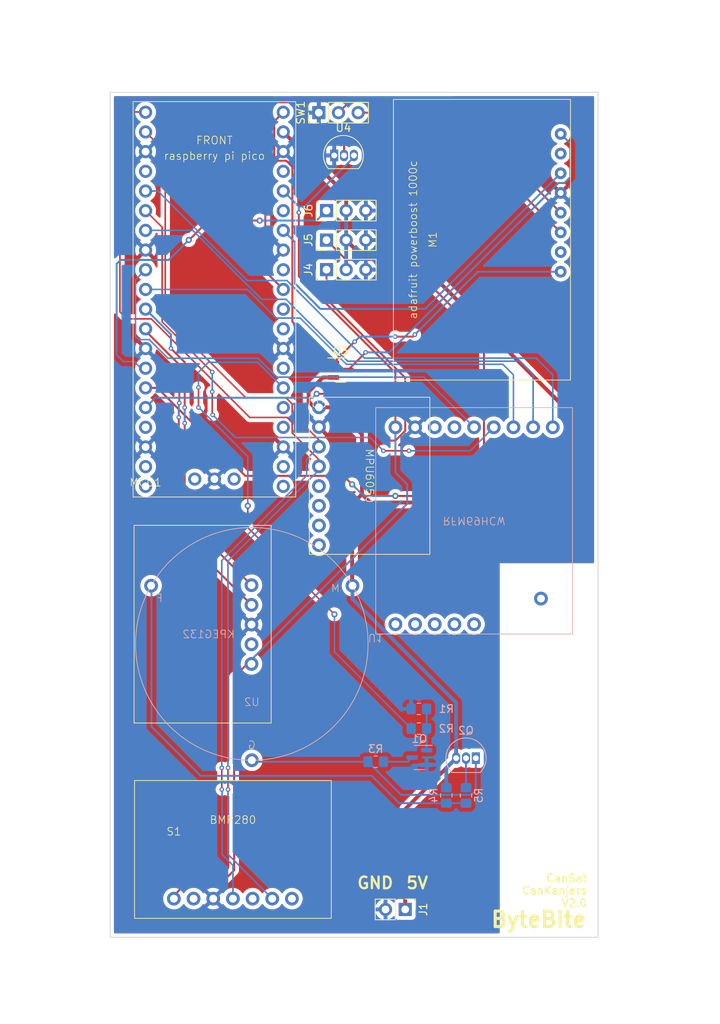
<source format=kicad_pcb>
(kicad_pcb (version 20221018) (generator pcbnew)
  (layers (0 "F.Cu" signal) (31 "B.Cu" signal) (34 "B.Paste" user) (35 "F.Paste" user) (36 "B.SilkS" user "B.Silkscreen") (37 "F.SilkS" user "F.Silkscreen") (38 "B.Mask" user) (39 "F.Mask" user) (44 "Edge.Cuts" user))
  (net 0 "")
  (net 1 "/SERVO/SERVO 1")
  (net 2 "+5V")
  (net 3 "GND")
  (net 4 "/SERVO/SERVO 2")
  (net 5 "/SERVO/SERVO 3")
  (net 6 "VBUS")
  (net 8 "VS_PB")
  (net 9 "EN_PB")
  (net 10 "LBO_PB")
  (net 12 "Net-(M1-5V)")
  (net 14 "I2C1 SDA")
  (net 15 "I2C1 SCL")
  (net 16 "MOSI")
  (net 17 "MISO")
  (net 18 "CS")
  (net 19 "SCK")
  (net 20 "RST")
  (net 22 "I2C0 SCL")
  (net 23 "I2C0 SDA")
  (net 28 "/buzzer")
  (net 31 "TMP1")
  (net 34 "+3V3")
  (net 39 "Net-(Q1-G)")
  (net 41 "Net-(Q2-E)")
  (net 42 "Net-(Q2-B)")
  (net 43 "Net-(U2-F)")
  (net 61 "Net-(Q1-D)")
  (footprint "Connector_PinHeader_2.54mm:PinHeader_1x03_P2.54mm_Vertical" (layer "F.Cu") (at 152.947 42.63 90)
    (fp_text reference "SW1" (at 0 -2.33 90) (layer "F.SilkS"))
    (fp_text value "SW_DPDT_x2")
    (fp_line (start -1.33 -1.33) (end 0 -1.33) (stroke (width 0.12)) (layer "F.SilkS"))
    (fp_line (start -1.33 0) (end -1.33 -1.33) (stroke (width 0.12)) (layer "F.SilkS"))
    (fp_line (start -1.33 1.27) (end -1.33 6.41) (stroke (width 0.12)) (layer "F.SilkS"))
    (fp_line (start -1.33 1.27) (end 1.33 1.27) (stroke (width 0.12)) (layer "F.SilkS"))
    (fp_line (start -1.33 6.41) (end 1.33 6.41) (stroke (width 0.12)) (layer "F.SilkS"))
    (fp_line (start 1.33 1.27) (end 1.33 6.41) (stroke (width 0.12)) (layer "F.SilkS"))
    (pad "1" thru_hole rect (at 0 0 90) (size 1.7 1.7) (drill 1) (layers "*.Cu" "*.Mask") (net 3 "GND"))
    (pad "2" thru_hole oval (at 0 2.54 90) (size 1.7 1.7) (drill 1) (layers "*.Cu" "*.Mask") (net 9 "EN_PB"))
    (pad "3" thru_hole oval (at 0 5.08 90) (size 1.7 1.7) (drill 1) (layers "*.Cu" "*.Mask") (net 8 "VS_PB"))
  )
  (footprint "Connector_PinHeader_2.54mm:PinHeader_1x03_P2.54mm_Vertical" (layer "F.Cu") (at 153.939999 59.072 90)
    (fp_text reference "J5" (at 0 -2.33 90) (layer "F.SilkS"))
    (fp_text value "Conn_01x03_Pin")
    (fp_line (start -1.33 -1.33) (end 0 -1.33) (stroke (width 0.12)) (layer "F.SilkS"))
    (fp_line (start -1.33 0) (end -1.33 -1.33) (stroke (width 0.12)) (layer "F.SilkS"))
    (fp_line (start -1.33 1.27) (end -1.33 6.41) (stroke (width 0.12)) (layer "F.SilkS"))
    (fp_line (start -1.33 1.27) (end 1.33 1.27) (stroke (width 0.12)) (layer "F.SilkS"))
    (fp_line (start -1.33 6.41) (end 1.33 6.41) (stroke (width 0.12)) (layer "F.SilkS"))
    (fp_line (start 1.33 1.27) (end 1.33 6.41) (stroke (width 0.12)) (layer "F.SilkS"))
    (pad "1" thru_hole rect (at 0 0 90) (size 1.7 1.7) (drill 1) (layers "*.Cu" "*.Mask") (net 4 "/SERVO/SERVO 2"))
    (pad "2" thru_hole oval (at 0 2.54 90) (size 1.7 1.7) (drill 1) (layers "*.Cu" "*.Mask") (net 2 "+5V"))
    (pad "3" thru_hole oval (at 0 5.08 90) (size 1.7 1.7) (drill 1) (layers "*.Cu" "*.Mask") (net 3 "GND"))
  )
  (footprint "Connector_PinHeader_2.54mm:PinHeader_1x02_P2.54mm_Vertical" (layer "F.Cu") (at 164.1 145.41 -90)
    (fp_text reference "J1" (at 0 -2.33 90) (layer "F.SilkS"))
    (fp_text value "Conn_01x02_Pin" hide)
    (fp_line (start -1.33 -1.33) (end 0 -1.33) (stroke (width 0.12)) (layer "F.SilkS"))
    (fp_line (start -1.33 0) (end -1.33 -1.33) (stroke (width 0.12)) (layer "F.SilkS"))
    (fp_line (start -1.33 1.27) (end -1.33 3.87) (stroke (width 0.12)) (layer "F.SilkS"))
    (fp_line (start -1.33 1.27) (end 1.33 1.27) (stroke (width 0.12)) (layer "F.SilkS"))
    (fp_line (start -1.33 3.87) (end 1.33 3.87) (stroke (width 0.12)) (layer "F.SilkS"))
    (fp_line (start 1.33 1.27) (end 1.33 3.87) (stroke (width 0.12)) (layer "F.SilkS"))
    (pad "1" thru_hole rect (at 0 0 270) (size 1.7 1.7) (drill 1) (layers "*.Cu" "*.Mask") (net 2 "+5V"))
    (pad "2" thru_hole oval (at 0 2.54 270) (size 1.7 1.7) (drill 1) (layers "*.Cu" "*.Mask") (net 3 "GND"))
  )
  (footprint "CanSat:raspberry pi pico" (layer "F.Cu") (at 130.58 90.834)
    (fp_text reference "MCU1" (at 0 -0.5 unlocked) (layer "F.SilkS") (effects (font (thickness 0.1))))
    (fp_text value "~")
    (fp_text user "FRONT" (at 8.89 -44.63 unlocked) (layer "F.SilkS") (effects (font (thickness 0.1))))
    (fp_text user "raspberry pi pico" (at 8.89 -42.63 unlocked) (layer "F.SilkS") (effects (font (thickness 0.1))))
    (fp_line (start -1.61 -49.63) (end 19.39 -49.63) (stroke (width 0.1)) (layer "F.SilkS"))
    (fp_line (start -1.61 1.37) (end -1.61 -49.63) (stroke (width 0.1)) (layer "F.SilkS"))
    (fp_line (start 19.39 -49.63) (end 19.39 1.37) (stroke (width 0.1)) (layer "F.SilkS"))
    (fp_line (start 19.39 1.37) (end -1.61 1.37) (stroke (width 0.1)) (layer "F.SilkS"))
    (pad "1" thru_hole circle (at 0 -48.26) (size 1.7 1.7) (drill 1) (layers "*.Cu" "*.Mask") (net 23 "I2C0 SDA"))
    (pad "2" thru_hole circle (at 0 -45.72) (size 1.7 1.7) (drill 1) (layers "*.Cu" "*.Mask") (net 22 "I2C0 SCL"))
    (pad "3" thru_hole circle (at 0 -43.18) (size 1.7 1.7) (drill 1) (layers "*.Cu" "*.Mask") (net 3 "GND"))
    (pad "4" thru_hole circle (at 0 -40.64) (size 1.7 1.7) (drill 1) (layers "*.Cu" "*.Mask"))
    (pad "5" thru_hole circle (at 0 -38.1) (size 1.7 1.7) (drill 1) (layers "*.Cu" "*.Mask") (net 20 "RST"))
    (pad "6" thru_hole circle (at 0 -35.56) (size 1.7 1.7) (drill 1) (layers "*.Cu" "*.Mask") (net 17 "MISO"))
    (pad "7" thru_hole circle (at 0 -33.02) (size 1.7 1.7) (drill 1) (layers "*.Cu" "*.Mask") (net 18 "CS"))
    (pad "8" thru_hole circle (at 0 -30.48) (size 1.7 1.7) (drill 1) (layers "*.Cu" "*.Mask") (net 3 "GND"))
    (pad "9" thru_hole circle (at 0 -27.94) (size 1.7 1.7) (drill 1) (layers "*.Cu" "*.Mask") (net 19 "SCK"))
    (pad "10" thru_hole circle (at 0 -25.4) (size 1.7 1.7) (drill 1) (layers "*.Cu" "*.Mask") (net 16 "MOSI"))
    (pad "11" thru_hole circle (at 0 -22.86) (size 1.7 1.7) (drill 1) (layers "*.Cu" "*.Mask") (net 14 "I2C1 SDA"))
    (pad "12" thru_hole circle (at 0 -20.32) (size 1.7 1.7) (drill 1) (layers "*.Cu" "*.Mask") (net 15 "I2C1 SCL"))
    (pad "13" thru_hole circle (at 0 -17.78) (size 1.7 1.7) (drill 1) (layers "*.Cu" "*.Mask") (net 3 "GND"))
    (pad "14" thru_hole circle (at 0 -15.24) (size 1.7 1.7) (drill 1) (layers "*.Cu" "*.Mask") (net 5 "/SERVO/SERVO 3"))
    (pad "15" thru_hole circle (at 0 -12.7) (size 1.7 1.7) (drill 1) (layers "*.Cu" "*.Mask") (net 4 "/SERVO/SERVO 2"))
    (pad "16" thru_hole circle (at 0 -10.16) (size 1.7 1.7) (drill 1) (layers "*.Cu" "*.Mask") (net 1 "/SERVO/SERVO 1"))
    (pad "17" thru_hole circle (at 0 -7.62) (size 1.7 1.7) (drill 1) (layers "*.Cu" "*.Mask"))
    (pad "18" thru_hole circle (at 0 -5.08) (size 1.7 1.7) (drill 1) (layers "*.Cu" "*.Mask") (net 3 "GND"))
    (pad "19" thru_hole circle (at 0 -2.54) (size 1.7 1.7) (drill 1) (layers "*.Cu" "*.Mask"))
    (pad "20" thru_hole circle (at 0 0) (size 1.7 1.7) (drill 1) (layers "*.Cu" "*.Mask"))
    (pad "21" thru_hole circle (at 17.78 0) (size 1.7 1.7) (drill 1) (layers "*.Cu" "*.Mask"))
    (pad "22" thru_hole circle (at 17.78 -2.54) (size 1.7 1.7) (drill 1) (layers "*.Cu" "*.Mask"))
    (pad "23" thru_hole circle (at 17.78 -5.08) (size 1.7 1.7) (drill 1) (layers "*.Cu" "*.Mask") (net 3 "GND"))
    (pad "24" thru_hole circle (at 17.78 -7.62) (size 1.7 1.7) (drill 1) (layers "*.Cu" "*.Mask"))
    (pad "25" thru_hole circle (at 17.78 -10.16) (size 1.7 1.7) (drill 1) (layers "*.Cu" "*.Mask"))
    (pad "26" thru_hole circle (at 17.78 -12.7) (size 1.7 1.7) (drill 1) (layers "*.Cu" "*.Mask") (net 28 "/buzzer"))
    (pad "27" thru_hole circle (at 17.78 -15.24) (size 1.7 1.7) (drill 1) (layers "*.Cu" "*.Mask"))
    (pad "28" thru_hole circle (at 17.78 -17.78) (size 1.7 1.7) (drill 1) (layers "*.Cu" "*.Mask") (net 3 "GND"))
    (pad "29" thru_hole circle (at 17.78 -20.32) (size 1.7 1.7) (drill 1) (layers "*.Cu" "*.Mask"))
    (pad "30" thru_hole circle (at 17.78 -22.86) (size 1.7 1.7) (drill 1) (layers "*.Cu" "*.Mask"))
    (pad "31" thru_hole circle (at 17.78 -25.4) (size 1.7 1.7) (drill 1) (layers "*.Cu" "*.Mask") (net 31 "TMP1"))
    (pad "32" thru_hole circle (at 17.78 -27.94) (size 1.7 1.7) (drill 1) (layers "*.Cu" "*.Mask"))
    (pad "33" thru_hole circle (at 17.78 -30.48) (size 1.7 1.7) (drill 1) (layers "*.Cu" "*.Mask") (net 3 "GND"))
    (pad "34" thru_hole circle (at 17.78 -33.02) (size 1.7 1.7) (drill 1) (layers "*.Cu" "*.Mask") (net 10 "LBO_PB"))
    (pad "35" thru_hole circle (at 17.78 -35.56) (size 1.7 1.7) (drill 1) (layers "*.Cu" "*.Mask"))
    (pad "36" thru_hole circle (at 17.78 -38.1) (size 1.7 1.7) (drill 1) (layers "*.Cu" "*.Mask") (net 34 "+3V3"))
    (pad "37" thru_hole circle (at 17.78 -40.64) (size 1.7 1.7) (drill 1) (layers "*.Cu" "*.Mask"))
    (pad "38" thru_hole circle (at 17.78 -43.18) (size 1.7 1.7) (drill 1) (layers "*.Cu" "*.Mask") (net 3 "GND"))
    (pad "39" thru_hole circle (at 17.78 -45.72) (size 1.7 1.7) (drill 1) (layers "*.Cu" "*.Mask") (net 2 "+5V"))
    (pad "40" thru_hole circle (at 17.78 -48.26) (size 1.7 1.7) (drill 1) (layers "*.Cu" "*.Mask") (net 6 "VBUS"))
    (pad "41" thru_hole circle (at 6.35 -0.94) (size 1.7 1.7) (drill 1) (layers "*.Cu" "*.Mask"))
    (pad "42" thru_hole circle (at 8.89 -0.94) (size 1.7 1.7) (drill 1) (layers "*.Cu" "*.Mask") (net 3 "GND"))
    (pad "43" thru_hole circle (at 11.43 -0.94) (size 1.7 1.7) (drill 1) (layers "*.Cu" "*.Mask"))
  )
  (footprint "Package_TO_SOT_THT:TO-92L_Inline" (layer "F.Cu") (at 154.934 48.15)
    (fp_text reference "U4" (at 1.19 -3.56) (layer "F.SilkS"))
    (fp_text value "~")
    (fp_line (start -0.75 1.7) (end 3.1 1.7) (stroke (width 0.12)) (layer "F.SilkS"))
    (fp_arc (start -0.75 1.7) (mid 1.183448 -2.579449) (end 3.138611 1.690122) (stroke (width 0.12)) (layer "F.SilkS"))
    (pad "1" thru_hole rect (at 0 0) (size 1.05 1.5) (drill 0.75) (layers "*.Cu" "*.Mask") (net 3 "GND"))
    (pad "2" thru_hole oval (at 1.27 0) (size 1.05 1.5) (drill 0.75) (layers "*.Cu" "*.Mask") (net 31 "TMP1"))
    (pad "3" thru_hole oval (at 2.54 0) (size 1.05 1.5) (drill 0.75) (layers "*.Cu" "*.Mask") (net 34 "+3V3"))
  )
  (footprint "CanSat:SGP30" (layer "F.Cu") (at 144.256 113.744 90)
    (fp_text reference "U5" hide)
    (fp_text value "SGP30" hide)
    (fp_rect (start -7.62 2.54) (end 17.88 -15.16) (stroke (width 0.1)) (fill none) (layer "F.SilkS"))
    (pad "1" thru_hole circle (at 0 0 90) (size 1.778 1.778) (drill 1.016) (layers "*.Cu" "*.Mask") (net 34 "+3V3"))
    (pad "2" thru_hole circle (at 2.54 0 90) (size 1.778 1.778) (drill 1.016) (layers "*.Cu" "*.Mask"))
    (pad "3" thru_hole circle (at 5.08 0 90) (size 1.778 1.778) (drill 1.016) (layers "*.Cu" "*.Mask") (net 3 "GND"))
    (pad "4" thru_hole circle (at 7.62 0 90) (size 1.778 1.778) (drill 1.016) (layers "*.Cu" "*.Mask") (net 15 "I2C1 SCL"))
    (pad "5" thru_hole circle (at 10.16 0 90) (size 1.778 1.778) (drill 1.016) (layers "*.Cu" "*.Mask") (net 14 "I2C1 SDA"))
  )
  (footprint "Package_TO_SOT_SMD:SOT-23" (layer "F.Cu") (at 155.7745 75.836)
    (fp_text reference "Q3" (at 0 -2.4) (layer "F.SilkS"))
    (fp_text value "DMG2301L")
    (fp_line (start 0 -1.56) (end -1.675 -1.56) (stroke (width 0.12)) (layer "F.SilkS"))
    (fp_line (start 0 -1.56) (end 0.65 -1.56) (stroke (width 0.12)) (layer "F.SilkS"))
    (fp_line (start 0 1.56) (end -0.65 1.56) (stroke (width 0.12)) (layer "F.SilkS"))
    (fp_line (start 0 1.56) (end 0.65 1.56) (stroke (width 0.12)) (layer "F.SilkS"))
    (pad "1" smd roundrect (at -0.9375 -0.95) (size 1.475 0.6) (layers "F.Cu" "F.Paste" "F.Mask") (net 6 "VBUS"))
    (pad "2" smd roundrect (at -0.9375 0.95) (size 1.475 0.6) (layers "F.Cu" "F.Paste" "F.Mask") (net 2 "+5V"))
    (pad "3" smd roundrect (at 0.9375 0) (size 1.475 0.6) (layers "F.Cu" "F.Paste" "F.Mask") (net 12 "Net-(M1-5V)"))
  )
  (footprint "CanSat:MPU6050" (layer "F.Cu") (at 152.966865 80.64)
    (fp_text reference "U3" (at 0 -0.5 unlocked) (layer "F.SilkS") (effects (font (thickness 0.1))))
    (fp_text value "MPU6050")
    (fp_text user "MPU6050" (at 6.539135 8.83185 -90 unlocked) (layer "F.SilkS") (effects (font (thickness 0.1))))
    (fp_rect (start -1.240925 -1.299075) (end 14.319195 18.962775) (stroke (width 0.1)) (fill none) (layer "F.SilkS"))
    (pad "1" thru_hole circle (at 0 0) (size 1.778 1.778) (drill 1.016) (layers "*.Cu" "*.Mask") (net 2 "+5V"))
    (pad "2" thru_hole circle (at 0 2.54) (size 1.778 1.778) (drill 1.016) (layers "*.Cu" "*.Mask") (net 3 "GND"))
    (pad "3" thru_hole circle (at 0 5.08) (size 1.778 1.778) (drill 1.016) (layers "*.Cu" "*.Mask") (net 22 "I2C0 SCL"))
    (pad "4" thru_hole circle (at 0 7.62) (size 1.778 1.778) (drill 1.016) (layers "*.Cu" "*.Mask") (net 23 "I2C0 SDA"))
    (pad "5" thru_hole circle (at 0 10.16) (size 1.778 1.778) (drill 1.016) (layers "*.Cu" "*.Mask"))
    (pad "6" thru_hole circle (at 0 12.7) (size 1.778 1.778) (drill 1.016) (layers "*.Cu" "*.Mask"))
    (pad "7" thru_hole circle (at 0 15.24) (size 1.778 1.778) (drill 1.016) (layers "*.Cu" "*.Mask"))
    (pad "8" thru_hole circle (at 0 17.78) (size 1.778 1.778) (drill 1.016) (layers "*.Cu" "*.Mask"))
  )
  (footprint "CanSat:BMP280" (layer "F.Cu") (at 129.156 128.78)
    (fp_text reference "S1" (at 5.08 6.58 unlocked) (layer "F.SilkS") (effects (font (thickness 0.1))))
    (fp_text value "~")
    (fp_text user "BMP280" (at 12.7 5.08 unlocked) (layer "F.SilkS") (effects (font (thickness 0.1))))
    (fp_rect (start 0 0) (end 25.4 17.78) (stroke (width 0.1)) (fill none) (layer "F.SilkS"))
    (pad "1" thru_hole circle (at 5.08 15.24) (size 1.778 1.778) (drill 1.016) (layers "*.Cu" "*.Mask") (net 34 "+3V3"))
    (pad "2" thru_hole circle (at 7.62 15.24) (size 1.778 1.778) (drill 1.016) (layers "*.Cu" "*.Mask"))
    (pad "3" thru_hole circle (at 10.16 15.24) (size 1.778 1.778) (drill 1.016) (layers "*.Cu" "*.Mask") (net 3 "GND"))
    (pad "4" thru_hole circle (at 12.7 15.24) (size 1.778 1.778) (drill 1.016) (layers "*.Cu" "*.Mask") (net 22 "I2C0 SCL"))
    (pad "5" thru_hole circle (at 15.24 15.24) (size 1.778 1.778) (drill 1.016) (layers "*.Cu" "*.Mask"))
    (pad "6" thru_hole circle (at 17.78 15.24) (size 1.778 1.778) (drill 1.016) (layers "*.Cu" "*.Mask") (net 23 "I2C0 SDA"))
    (pad "7" thru_hole circle (at 20.32 15.24) (size 1.778 1.778) (drill 1.016) (layers "*.Cu" "*.Mask"))
  )
  (footprint "CanSat:PowerBoost" (layer "F.Cu") (at 162.581 77.121 90)
    (fp_text reference "M1" (at 18.1 5.08 90 unlocked) (layer "F.SilkS") (effects (font (thickness 0.1))))
    (fp_text value "~")
    (fp_text user "adafruit powerboost 1000c" (at 18.1 2.54 90 unlocked) (layer "F.SilkS") (effects (font (thickness 0.1))))
    (fp_rect (start 0 0) (end 36.2 22.86) (stroke (width 0.1)) (fill none) (layer "F.SilkS"))
    (pad "1" thru_hole circle (at 13.973 21.593 90) (size 1.524 1.524) (drill 0.762) (layers "*.Cu" "*.Mask") (net 6 "VBUS"))
    (pad "2" thru_hole circle (at 16.513 21.593 90) (size 1.524 1.524) (drill 0.762) (layers "*.Cu" "*.Mask"))
    (pad "3" thru_hole circle (at 19.053 21.593 90) (size 1.524 1.524) (drill 0.762) (layers "*.Cu" "*.Mask") (net 8 "VS_PB"))
    (pad "4" thru_hole circle (at 21.593 21.593 90) (size 1.524 1.524) (drill 0.762) (layers "*.Cu" "*.Mask") (net 9 "EN_PB"))
    (pad "5" thru_hole circle (at 24.133 21.593 90) (size 1.524 1.524) (drill 0.762) (layers "*.Cu" "*.Mask") (net 3 "GND"))
    (pad "6" thru_hole circle (at 26.673 21.593 90) (size 1.524 1.524) (drill 0.762) (layers "*.Cu" "*.Mask") (net 10 "LBO_PB"))
    (pad "7" thru_hole circle (at 29.213 21.593 90) (size 1.524 1.524) (drill 0.762) (layers "*.Cu" "*.Mask"))
    (pad "8" thru_hole circle (at 31.753 21.593 90) (size 1.524 1.524) (drill 0.762) (layers "*.Cu" "*.Mask") (net 12 "Net-(M1-5V)"))
  )
  (footprint "Connector_PinHeader_2.54mm:PinHeader_1x03_P2.54mm_Vertical" (layer "F.Cu") (at 153.94 55.262 90)
    (fp_text reference "J6" (at 0 -2.33 90) (layer "F.SilkS"))
    (fp_text value "Conn_01x03_Pin")
    (fp_line (start -1.33 -1.33) (end 0 -1.33) (stroke (width 0.12)) (layer "F.SilkS"))
    (fp_line (start -1.33 0) (end -1.33 -1.33) (stroke (width 0.12)) (layer "F.SilkS"))
    (fp_line (start -1.33 1.27) (end -1.33 6.41) (stroke (width 0.12)) (layer "F.SilkS"))
    (fp_line (start -1.33 1.27) (end 1.33 1.27) (stroke (width 0.12)) (layer "F.SilkS"))
    (fp_line (start -1.33 6.41) (end 1.33 6.41) (stroke (width 0.12)) (layer "F.SilkS"))
    (fp_line (start 1.33 1.27) (end 1.33 6.41) (stroke (width 0.12)) (layer "F.SilkS"))
    (pad "1" thru_hole rect (at 0 0 90) (size 1.7 1.7) (drill 1) (layers "*.Cu" "*.Mask") (net 5 "/SERVO/SERVO 3"))
    (pad "2" thru_hole oval (at 0 2.54 90) (size 1.7 1.7) (drill 1) (layers "*.Cu" "*.Mask") (net 2 "+5V"))
    (pad "3" thru_hole oval (at 0 5.08 90) (size 1.7 1.7) (drill 1) (layers "*.Cu" "*.Mask") (net 3 "GND"))
  )
  (footprint "Connector_PinHeader_2.54mm:PinHeader_1x03_P2.54mm_Vertical" (layer "F.Cu") (at 153.939999 62.882 90)
    (fp_text reference "J4" (at 0 -2.33 90) (layer "F.SilkS"))
    (fp_text value "Conn_01x03_Pin")
    (fp_line (start -1.33 -1.33) (end 0 -1.33) (stroke (width 0.12)) (layer "F.SilkS"))
    (fp_line (start -1.33 0) (end -1.33 -1.33) (stroke (width 0.12)) (layer "F.SilkS"))
    (fp_line (start -1.33 1.27) (end -1.33 6.41) (stroke (width 0.12)) (layer "F.SilkS"))
    (fp_line (start -1.33 1.27) (end 1.33 1.27) (stroke (width 0.12)) (layer "F.SilkS"))
    (fp_line (start -1.33 6.41) (end 1.33 6.41) (stroke (width 0.12)) (layer "F.SilkS"))
    (fp_line (start 1.33 1.27) (end 1.33 6.41) (stroke (width 0.12)) (layer "F.SilkS"))
    (pad "1" thru_hole rect (at 0 0 90) (size 1.7 1.7) (drill 1) (layers "*.Cu" "*.Mask") (net 1 "/SERVO/SERVO 1"))
    (pad "2" thru_hole oval (at 0 2.54 90) (size 1.7 1.7) (drill 1) (layers "*.Cu" "*.Mask") (net 2 "+5V"))
    (pad "3" thru_hole oval (at 0 5.08 90) (size 1.7 1.7) (drill 1) (layers "*.Cu" "*.Mask") (net 3 "GND"))
  )
  (footprint "Resistor_SMD:R_0805_2012Metric_Pad1.20x1.40mm_HandSolder" (layer "B.Cu") (at 171.952 130.703 90)
    (fp_text reference "R5" (at 0 1.65 90) (layer "B.SilkS") (effects (justify mirror)))
    (fp_text value "22K")
    (fp_line (start -0.227064 -0.735) (end 0.227064 -0.735) (stroke (width 0.12)) (layer "B.SilkS"))
    (fp_line (start -0.227064 0.735) (end 0.227064 0.735) (stroke (width 0.12)) (layer "B.SilkS"))
    (pad "1" smd roundrect (at -1 0 90) (size 1.2 1.4) (layers "B.Cu" "B.Paste" "B.Mask") (roundrect_rratio 0.2083333333) (net 43 "Net-(U2-F)"))
    (pad "2" smd roundrect (at 1 0 90) (size 1.2 1.4) (layers "B.Cu" "B.Paste" "B.Mask") (roundrect_rratio 0.2083333333) (net 42 "Net-(Q2-B)"))
  )
  (footprint "Resistor_SMD:R_0805_2012Metric_Pad1.20x1.40mm_HandSolder" (layer "B.Cu") (at 165.872 122.083 180)
    (fp_text reference "R2" (at -3.54 0) (layer "B.SilkS") (effects (justify mirror)))
    (fp_text value "1K")
    (fp_line (start -0.227064 -0.735) (end 0.227064 -0.735) (stroke (width 0.12)) (layer "B.SilkS"))
    (fp_line (start -0.227064 0.735) (end 0.227064 0.735) (stroke (width 0.12)) (layer "B.SilkS"))
    (pad "1" smd roundrect (at -1 0 180) (size 1.2 1.4) (layers "B.Cu" "B.Paste" "B.Mask") (roundrect_rratio 0.2083333333) (net 39 "Net-(Q1-G)"))
    (pad "2" smd roundrect (at 1 0 180) (size 1.2 1.4) (layers "B.Cu" "B.Paste" "B.Mask") (roundrect_rratio 0.2083333333) (net 28 "/buzzer"))
  )
  (footprint "CanSat:KPEG132" (layer "B.Cu") (at 144.296 111.154 180)
    (fp_text reference "U2" (at 0 -7.505533 unlocked) (layer "B.SilkS") (effects (font (thickness 0.1)) (justify mirror)))
    (fp_text value "~")
    (fp_text user "M" (at -11.43 6.578904 unlocked) (layer "B.SilkS") (effects (font (thickness 0.1)) (justify left bottom mirror)))
    (fp_text user "KPEG132" (at 5.58 1.236 unlocked) (layer "B.SilkS") (effects (font (thickness 0.1)) (justify mirror)))
    (fp_text user "F" (at 11.43 5.308904 unlocked) (layer "B.SilkS") (effects (font (thickness 0.1)) (justify left bottom mirror)))
    (fp_text user "G" (at 0 -12.471096 unlocked) (layer "B.SilkS") (effects (font (thickness 0.1)) (justify top mirror)))
    (fp_circle (center 0 0) (end 13 7.505533) (stroke (width 0.1)) (fill none) (layer "B.SilkS"))
    (pad "1" thru_hole circle (at 13 7.505533) (size 1.778 1.778) (drill 1.016) (layers "*.Cu" "*.Mask") (net 43 "Net-(U2-F)"))
    (pad "2" thru_hole circle (at -13 7.505533) (size 1.778 1.778) (drill 1.016) (layers "*.Cu" "*.Mask") (net 2 "+5V"))
    (pad "3" thru_hole circle (at 0 -15.011067) (size 1.778 1.778) (drill 1.016) (layers "*.Cu" "*.Mask") (net 41 "Net-(Q2-E)"))
  )
  (footprint "CanSat:RFM69HCW" (layer "B.Cu") (at 160.298 109.884)
    (fp_text reference "U1" (at 0 0.5 180 unlocked) (layer "B.SilkS") (effects (font (thickness 0.1)) (justify mirror)))
    (fp_text value "~")
    (fp_text user "RFM69HCW" (at 12.7 -14.605 180 unlocked) (layer "B.SilkS") (effects (font (thickness 0.1)) (justify mirror)))
    (fp_rect (start 0 0) (end 25.4 -29.21) (stroke (width 0.1)) (fill none) (layer "B.SilkS"))
    (pad "1" thru_hole circle (at 2.54 -26.67) (size 1.778 1.778) (drill 1.016) (layers "*.Cu" "*.Mask") (net 34 "+3V3"))
    (pad "2" thru_hole circle (at 5.08 -26.67) (size 1.778 1.778) (drill 1.016) (layers "*.Cu" "*.Mask") (net 3 "GND"))
    (pad "3" thru_hole circle (at 7.62 -26.67) (size 1.778 1.778) (drill 1.016) (layers "*.Cu" "*.Mask"))
    (pad "4" thru_hole circle (at 10.16 -26.67) (size 1.778 1.778) (drill 1.016) (layers "*.Cu" "*.Mask"))
    (pad "5" thru_hole circle (at 12.7 -26.67) (size 1.778 1.778) (drill 1.016) (layers "*.Cu" "*.Mask") (net 19 "SCK"))
    (pad "6" thru_hole circle (at 15.24 -26.67) (size 1.778 1.778) (drill 1.016) (layers "*.Cu" "*.Mask") (net 17 "MISO"))
    (pad "7" thru_hole circle (at 17.78 -26.67) (size 1.778 1.778) (drill 1.016) (layers "*.Cu" "*.Mask") (net 16 "MOSI"))
    (pad "8" thru_hole circle (at 20.32 -26.67) (size 1.778 1.778) (drill 1.016) (layers "*.Cu" "*.Mask") (net 18 "CS"))
    (pad "9" thru_hole circle (at 22.86 -26.67) (size 1.778 1.778) (drill 1.016) (layers "*.Cu" "*.Mask") (net 20 "RST"))
    (pad "10" thru_hole circle (at 2.54 -1.27) (size 1.778 1.778) (drill 1.016) (layers "*.Cu" "*.Mask"))
    (pad "11" thru_hole circle (at 5.08 -1.27) (size 1.778 1.778) (drill 1.016) (layers "*.Cu" "*.Mask"))
    (pad "12" thru_hole circle (at 7.62 -1.27) (size 1.778 1.778) (drill 1.016) (layers "*.Cu" "*.Mask"))
    (pad "13" thru_hole circle (at 10.16 -1.27) (size 1.778 1.778) (drill 1.016) (layers "*.Cu" "*.Mask"))
    (pad "14" thru_hole circle (at 12.7 -1.27) (size 1.778 1.778) (drill 1.016) (layers "*.Cu" "*.Mask"))
    (pad "15" thru_hole circle (at 21.336 -4.572) (size 1.778 1.778) (drill 1.016) (layers "*.Cu" "*.Mask"))
  )
  (footprint "Package_TO_SOT_THT:TO-92_Inline" (layer "B.Cu") (at 173.222 125.893 180)
    (fp_text reference "Q2" (at 1.27 3.56) (layer "B.SilkS") (effects (justify mirror)))
    (fp_text value "2N3904")
    (fp_line (start -0.53 -1.85) (end 3.07 -1.85) (stroke (width 0.12)) (layer "B.SilkS"))
    (fp_arc (start 1.27 2.6) (mid -1.132087 0.994977) (end -0.568478 -1.838478) (stroke (width 0.12)) (layer "B.SilkS"))
    (fp_arc (start 3.108478 -1.838478) (mid 3.672087 0.994977) (end 1.27 2.6) (stroke (width 0.12)) (layer "B.SilkS"))
    (pad "1" thru_hole rect (at 0 0 180) (size 1.05 1.5) (drill 0.75) (layers "*.Cu" "*.Mask") (net 41 "Net-(Q2-E)"))
    (pad "2" thru_hole oval (at 1.27 0 180) (size 1.05 1.5) (drill 0.75) (layers "*.Cu" "*.Mask") (net 42 "Net-(Q2-B)"))
    (pad "3" thru_hole oval (at 2.54 0 180) (size 1.05 1.5) (drill 0.75) (layers "*.Cu" "*.Mask") (net 2 "+5V"))
  )
  (footprint "Package_TO_SOT_SMD:SOT-23" (layer "B.Cu") (at 165.9345 125.808 180)
    (fp_text reference "Q1" (at 0 2.4) (layer "B.SilkS") (effects (justify mirror)))
    (fp_text value "AO3400A")
    (fp_line (start 0 -1.56) (end -0.65 -1.56) (stroke (width 0.12)) (layer "B.SilkS"))
    (fp_line (start 0 -1.56) (end 0.65 -1.56) (stroke (width 0.12)) (layer "B.SilkS"))
    (fp_line (start 0 1.56) (end -1.675 1.56) (stroke (width 0.12)) (layer "B.SilkS"))
    (fp_line (start 0 1.56) (end 0.65 1.56) (stroke (width 0.12)) (layer "B.SilkS"))
    (pad "1" smd roundrect (at -0.9375 0.95 180) (size 1.475 0.6) (layers "B.Cu" "B.Paste" "B.Mask") (net 39 "Net-(Q1-G)"))
    (pad "2" smd roundrect (at -0.9375 -0.95 180) (size 1.475 0.6) (layers "B.Cu" "B.Paste" "B.Mask") (net 3 "GND"))
    (pad "3" smd roundrect (at 0.9375 0 180) (size 1.475 0.6) (layers "B.Cu" "B.Paste" "B.Mask") (net 61 "Net-(Q1-D)"))
  )
  (footprint "Resistor_SMD:R_0805_2012Metric_Pad1.20x1.40mm_HandSolder" (layer "B.Cu") (at 160.29 126.36 180)
    (fp_text reference "R3" (at 0 1.65) (layer "B.SilkS") (effects (justify mirror)))
    (fp_text value "1K")
    (fp_line (start -0.227064 -0.735) (end 0.227064 -0.735) (stroke (width 0.12)) (layer "B.SilkS"))
    (fp_line (start -0.227064 0.735) (end 0.227064 0.735) (stroke (width 0.12)) (layer "B.SilkS"))
    (pad "1" smd roundrect (at -1 0 180) (size 1.2 1.4) (layers "B.Cu" "B.Paste" "B.Mask") (roundrect_rratio 0.2083333333) (net 61 "Net-(Q1-D)"))
    (pad "2" smd roundrect (at 1 0 180) (size 1.2 1.4) (layers "B.Cu" "B.Paste" "B.Mask") (roundrect_rratio 0.2083333333) (net 41 "Net-(Q2-E)"))
  )
  (footprint "Resistor_SMD:R_0805_2012Metric_Pad1.20x1.40mm_HandSolder" (layer "B.Cu") (at 169.412 130.703 -90)
    (fp_text reference "R4" (at 0 1.65 90) (layer "B.SilkS") (effects (justify mirror)))
    (fp_text value "100K")
    (fp_line (start -0.227064 -0.735) (end 0.227064 -0.735) (stroke (width 0.12)) (layer "B.SilkS"))
    (fp_line (start -0.227064 0.735) (end 0.227064 0.735) (stroke (width 0.12)) (layer "B.SilkS"))
    (pad "1" smd roundrect (at -1 0 270) (size 1.2 1.4) (layers "B.Cu" "B.Paste" "B.Mask") (roundrect_rratio 0.2083333333) (net 2 "+5V"))
    (pad "2" smd roundrect (at 1 0 270) (size 1.2 1.4) (layers "B.Cu" "B.Paste" "B.Mask") (roundrect_rratio 0.2083333333) (net 43 "Net-(U2-F)"))
  )
  (footprint "Resistor_SMD:R_0805_2012Metric_Pad1.20x1.40mm_HandSolder" (layer "B.Cu") (at 165.872 119.543)
    (fp_text reference "R1" (at 3.54 0) (layer "B.SilkS") (effects (justify mirror)))
    (fp_text value "100K")
    (fp_line (start -0.227064 -0.735) (end 0.227064 -0.735) (stroke (width 0.12)) (layer "B.SilkS"))
    (fp_line (start -0.227064 0.735) (end 0.227064 0.735) (stroke (width 0.12)) (layer "B.SilkS"))
    (pad "1" smd roundrect (at -1 0) (size 1.2 1.4) (layers "B.Cu" "B.Paste" "B.Mask") (roundrect_rratio 0.2083333333) (net 3 "GND"))
    (pad "2" smd roundrect (at 1 0) (size 1.2 1.4) (layers "B.Cu" "B.Paste" "B.Mask") (roundrect_rratio 0.2083333333) (net 39 "Net-(Q1-G)"))
  )
  (gr_line (start 126 149) (end 189 149) (stroke (width 0.1)) (layer "Edge.Cuts"))
  (gr_line (start 126 40) (end 126 149) (stroke (width 0.1)) (layer "Edge.Cuts"))
  (gr_line (start 189 40) (end 126 40) (stroke (width 0.1)) (layer "Edge.Cuts"))
  (gr_line (start 189 149) (end 189 40) (stroke (width 0.1)) (layer "Edge.Cuts"))
  (gr_text "GND" (at 157.75 142.87) (layer "F.SilkS") (effects (font (size 1.5 1.5) (thickness 0.3) bold) (justify left bottom)))
  (gr_text "5V" (at 164.1 142.87) (layer "F.SilkS") (effects (font (size 1.5 1.5) (thickness 0.3) bold) (justify left bottom)))
  (gr_text "CanSat\nCanKanjers\nV2.0" (at 187.7 145.178) (layer "F.SilkS") (effects (font (size 1 1) (thickness 0.2) bold) (justify right bottom)))
  (gr_text "ByteBite" (at 187.7 146.714) (layer "F.SilkS") (effects (font (size 2 2) (thickness 0.4) bold) (justify right)))
  (segment (start 152.67 78.896) (end 156.006 78.896) (width 0.25) (layer "F.Cu") (net 1))
  (segment (start 162.039 84.929) (end 162.839856 84.929) (width 0.25) (layer "F.Cu") (net 1))
  (segment (start 156.006 78.896) (end 162.039 84.929) (width 0.25) (layer "F.Cu") (net 1))
  (segment (start 153.939999 66.669999) (end 153.939999 62.882) (width 0.25) (layer "F.Cu") (net 1))
  (segment (start 164.108 76.838) (end 153.939999 66.669999) (width 0.25) (layer "F.Cu") (net 1))
  (segment (start 162.839856 84.929) (end 164.108 83.660856) (width 0.25) (layer "F.Cu") (net 1))
  (segment (start 164.108 83.660856) (end 164.108 76.838) (width 0.25) (layer "F.Cu") (net 1))
  (via (at 152.67 78.896) (size 0.8) (drill 0.4) (layers "F.Cu" "B.Cu") (net 1))
  (segment (start 152.67 78.896) (end 152.162 79.404) (width 0.25) (layer "B.Cu") (net 1))
  (segment (start 152.162 79.404) (end 131.85 79.404) (width 0.25) (layer "B.Cu") (net 1))
  (segment (start 131.85 79.404) (end 130.58 80.674) (width 0.25) (layer "B.Cu") (net 1))
  (segment (start 154.837 76.786) (end 153.476 76.786) (width 0.5) (layer "F.Cu") (net 2))
  (segment (start 186.714 82.706) (end 164.858 60.85) (width 0.5) (layer "F.Cu") (net 2))
  (segment (start 164.1 132.475) (end 170.682 125.893) (width 0.5) (layer "F.Cu") (net 2))
  (segment (start 158.52 91.85) (end 159.59 92.92) (width 0.5) (layer "F.Cu") (net 2))
  (segment (start 159.59 92.92) (end 178.532 92.92) (width 0.5) (layer "F.Cu") (net 2))
  (segment (start 164.1 145.41) (end 164.1 132.475) (width 0.5) (layer "F.Cu") (net 2))
  (segment (start 158.257999 60.85) (end 156.479999 59.072) (width 0.5) (layer "F.Cu") (net 2))
  (segment (start 164.858 60.85) (end 158.257999 60.85) (width 0.5) (layer "F.Cu") (net 2))
  (segment (start 148.36 45.114) (end 156.48 53.234) (width 0.5) (layer "F.Cu") (net 2))
  (segment (start 151.632 79.9) (end 152.372 80.64) (width 0.5) (layer "F.Cu") (net 2))
  (segment (start 157.25 93.12) (end 157.25 103.144467) (width 0.5) (layer "F.Cu") (net 2))
  (segment (start 155.020865 80.64) (end 158.52 84.139135) (width 0.5) (layer "F.Cu") (net 2))
  (segment (start 158.52 84.139135) (end 158.52 91.85) (width 0.5) (layer "F.Cu") (net 2))
  (segment (start 156.48 53.234) (end 156.48 55.262) (width 0.5) (layer "F.Cu") (net 2))
  (segment (start 178.532 92.92) (end 186.714 84.738) (width 0.5) (layer "F.Cu") (net 2))
  (segment (start 186.714 84.738) (end 186.714 82.706) (width 0.5) (layer "F.Cu") (net 2))
  (segment (start 151.632 78.63) (end 151.632 79.9) (width 0.5) (layer "F.Cu") (net 2))
  (segment (start 158.52 91.85) (end 157.25 93.12) (width 0.5) (layer "F.Cu") (net 2))
  (segment (start 152.966865 80.64) (end 155.020865 80.64) (width 0.5) (layer "F.Cu") (net 2))
  (segment (start 153.476 76.786) (end 151.632 78.63) (width 0.5) (layer "F.Cu") (net 2))
  (segment (start 157.25 103.144467) (end 156.78 103.614467) (width 0.5) (layer "F.Cu") (net 2))
  (segment (start 169.412 129.703) (end 169.412 127.163) (width 0.5) (layer "B.Cu") (net 2))
  (segment (start 170.682 125.893) (end 170.682 118.744) (width 0.5) (layer "B.Cu") (net 2))
  (segment (start 156.479999 55.262001) (end 156.48 55.262) (width 0.5) (layer "B.Cu") (net 2))
  (segment (start 170.682 118.744) (end 157.296 105.358) (width 0.5) (layer "B.Cu") (net 2))
  (segment (start 157.296 105.358) (end 157.296 104.130467) (width 0.5) (layer "B.Cu") (net 2))
  (segment (start 157.296 104.130467) (end 156.78 103.614467) (width 0.5) (layer "B.Cu") (net 2))
  (segment (start 169.412 127.163) (end 170.682 125.893) (width 0.5) (layer "B.Cu") (net 2))
  (segment (start 156.479999 62.882) (end 156.479999 55.262001) (width 0.5) (layer "B.Cu") (net 2))
  (segment (start 169.18 92.07) (end 174.268 86.982) (width 0.25) (layer "F.Cu") (net 4))
  (segment (start 156.144 89.474) (end 143.444 89.474) (width 0.25) (layer "F.Cu") (net 4))
  (segment (start 164.078 61.612) (end 156.479999 61.612) (width 0.25) (layer "F.Cu") (net 4))
  (segment (start 162.83 92.07) (end 169.18 92.07) (width 0.25) (layer "F.Cu") (net 4))
  (segment (start 174.268 86.982) (end 174.268 71.802) (width 0.25) (layer "F.Cu") (net 4))
  (segment (start 143.444 89.474) (end 132.104 78.134) (width 0.25) (layer "F.Cu") (net 4))
  (segment (start 156.479999 61.612) (end 153.939999 59.072) (width 0.25) (layer "F.Cu") (net 4))
  (segment (start 174.268 71.802) (end 164.078 61.612) (width 0.25) (layer "F.Cu") (net 4))
  (segment (start 153.939999 59.072) (end 154.3317 59.072) (width 0.25) (layer "F.Cu") (net 4))
  (segment (start 132.104 78.134) (end 130.58 78.134) (width 0.25) (layer "F.Cu") (net 4))
  (segment (start 157.25 90.58) (end 156.144 89.474) (width 0.25) (layer "F.Cu") (net 4))
  (via (at 162.83 92.07) (size 0.8) (drill 0.4) (layers "F.Cu" "B.Cu") (net 4))
  (via (at 157.25 90.58) (size 0.8) (drill 0.4) (layers "F.Cu" "B.Cu") (net 4))
  (segment (start 157.25 90.58) (end 158.74 92.07) (width 0.25) (layer "B.Cu") (net 4))
  (segment (start 158.74 92.07) (end 162.83 92.07) (width 0.25) (layer "B.Cu") (net 4))
  (segment (start 138.708 56.544) (end 136.202 59.05) (width 0.25) (layer "F.Cu") (net 5))
  (segment (start 145.312 56.544) (end 138.708 56.544) (width 0.25) (layer "F.Cu") (net 5))
  (segment (start 136.202 59.05) (end 136.16 59.05) (width 0.25) (layer "F.Cu") (net 5))
  (via (at 136.16 59.05) (size 0.8) (drill 0.4) (layers "F.Cu" "B.Cu") (net 5))
  (via (at 145.312 56.544) (size 0.8) (drill 0.4) (layers "F.Cu" "B.Cu") (net 5))
  (segment (start 127.361 61.624) (end 126.845 62.14) (width 0.25) (layer "B.Cu") (net 5))
  (segment (start 133.586 61.624) (end 127.361 61.624) (width 0.25) (layer "B.Cu") (net 5))
  (segment (start 153.94 55.262) (end 152.658 56.544) (width 0.25) (layer "B.Cu") (net 5))
  (segment (start 152.658 56.544) (end 145.312 56.544) (width 0.25) (layer "B.Cu") (net 5))
  (segment (start 126.845 62.14) (end 126.845 73.865) (width 0.25) (layer "B.Cu") (net 5))
  (segment (start 129.12 74.74) (end 129.78 75.4) (width 0.2) (layer "B.Cu") (net 5))
  (segment (start 127.72 74.74) (end 129.12 74.74) (width 0.2) (layer "B.Cu") (net 5))
  (segment (start 136.16 59.05) (end 133.586 61.624) (width 0.25) (layer "B.Cu") (net 5))
  (segment (start 126.845 73.865) (end 127.72 74.74) (width 0.2) (layer "B.Cu") (net 5))
  (segment (start 157.546084 72.176916) (end 157.577084 72.176916) (width 0.25) (layer "F.Cu") (net 6))
  (segment (start 147.185 48.275) (end 147.185 43.749) (width 0.25) (layer "F.Cu") (net 6))
  (segment (start 147.739 48.829) (end 147.185 48.275) (width 0.25) (layer "F.Cu") (net 6))
  (segment (start 154.837 74.886) (end 149.535 69.584) (width 0.25) (layer "F.Cu") (net 6))
  (segment (start 154.837 74.886) (end 157.546084 72.176916) (width 0.25) (layer "F.Cu") (net 6))
  (segment (start 149.535 69.584) (end 149.535 49.624299) (width 0.25) (layer "F.Cu") (net 6))
  (segment (start 149.535 49.624299) (end 148.739701 48.829) (width 0.25) (layer "F.Cu") (net 6))
  (segment (start 165.094 71.518) (end 165.348 71.264) (width 0.25) (layer "F.Cu") (net 6))
  (segment (start 148.739701 48.829) (end 147.739 48.829) (width 0.25) (layer "F.Cu") (net 6))
  (segment (start 147.185 43.749) (end 148.36 42.574) (width 0.25) (layer "F.Cu") (net 6))
  (segment (start 162.808 71.518) (end 165.094 71.518) (width 0.25) (layer "F.Cu") (net 6))
  (via (at 157.577084 72.176916) (size 0.6) (drill 0.3) (layers "F.Cu" "B.Cu") (net 6))
  (via (at 162.808 71.518) (size 0.6) (drill 0.3) (layers "F.Cu" "B.Cu") (net 6))
  (via (at 165.348 71.264) (size 0.6) (drill 0.3) (layers "F.Cu" "B.Cu") (net 6))
  (segment (start 165.348 71.264) (end 173.464 63.148) (width 0.25) (layer "B.Cu") (net 6))
  (segment (start 157.577084 72.176916) (end 158.236 71.518) (width 0.25) (layer "B.Cu") (net 6))
  (segment (start 173.464 63.148) (end 184.174 63.148) (width 0.25) (layer "B.Cu") (net 6))
  (segment (start 158.236 71.518) (end 162.808 71.518) (width 0.25) (layer "B.Cu") (net 6))
  (segment (start 184.174 58.068) (end 168.736 42.63) (width 0.25) (layer "F.Cu") (net 8))
  (segment (start 168.736 42.63) (end 158.027 42.63) (width 0.25) (layer "F.Cu") (net 8))
  (segment (start 157.102 41.015) (end 169.661 41.015) (width 0.25) (layer "F.Cu") (net 9))
  (segment (start 155.487 42.63) (end 157.102 41.015) (width 0.25) (layer "F.Cu") (net 9))
  (segment (start 169.661 41.015) (end 184.174 55.528) (width 0.25) (layer "F.Cu") (net 9))
  (segment (start 184.174 50.448) (end 166.682 67.94) (width 0.25) (layer "B.Cu") (net 10))
  (segment (start 149.884 59.338) (end 148.36 57.814) (width 0.25) (layer "B.Cu") (net 10))
  (segment (start 153.152 67.94) (end 149.884 64.672) (width 0.25) (layer "B.Cu") (net 10))
  (segment (start 166.682 67.94) (end 153.152 67.94) (width 0.25) (layer "B.Cu") (net 10))
  (segment (start 149.884 64.672) (end 149.884 59.338) (width 0.25) (layer "B.Cu") (net 10))
  (segment (start 156.712 75.836) (end 158.998 73.55) (width 0.25) (layer "F.Cu") (net 12))
  (via (at 158.998 73.55) (size 0.6) (drill 0.3) (layers "F.Cu" "B.Cu") (net 12))
  (segment (start 185.414 50.944) (end 185.414 46.608) (width 0.25) (layer "B.Cu") (net 12))
  (segment (start 184.652 51.706) (end 185.414 50.944) (width 0.25) (layer "B.Cu") (net 12))
  (segment (start 185.414 46.608) (end 184.174 45.368) (width 0.25) (layer "B.Cu") (net 12))
  (segment (start 183.89 51.706) (end 184.652 51.706) (width 0.25) (layer "B.Cu") (net 12))
  (segment (start 162.046 73.55) (end 183.89 51.706) (width 0.25) (layer "B.Cu") (net 12))
  (segment (start 158.998 73.55) (end 162.046 73.55) (width 0.25) (layer "B.Cu") (net 12))
  (segment (start 135.63 94.958) (end 135.63 89.298) (width 0.25) (layer "F.Cu") (net 14))
  (segment (start 144.256 103.584) (end 135.63 94.958) (width 0.25) (layer "F.Cu") (net 14))
  (segment (start 135.63 80.662) (end 135.63 74.82) (width 0.25) (layer "F.Cu") (net 14))
  (segment (start 135.63 74.82) (end 133.852 73.042) (width 0.25) (layer "F.Cu") (net 14))
  (segment (start 135.63 89.298) (end 135.63 82.694) (width 0.25) (layer "F.Cu") (net 14))
  (via (at 135.63 80.662) (size 0.6) (drill 0.3) (layers "F.Cu" "B.Cu") (net 14))
  (via (at 133.852 73.042) (size 0.6) (drill 0.3) (layers "F.Cu" "B.Cu") (net 14))
  (via (at 135.63 82.694) (size 0.6) (drill 0.3) (layers "F.Cu" "B.Cu") (net 14))
  (segment (start 143.78 103.5) (end 144.296 102.984) (width 0.2) (layer "B.Cu") (net 14))
  (segment (start 133.852 73.042) (end 133.852 71.246) (width 0.25) (layer "B.Cu") (net 14))
  (segment (start 133.852 71.246) (end 130.58 67.974) (width 0.25) (layer "B.Cu") (net 14))
  (segment (start 135.63 82.694) (end 135.63 80.662) (width 0.25) (layer "B.Cu") (net 14))
  (segment (start 134.868 96.736) (end 134.868 81.932) (width 0.25) (layer "F.Cu") (net 15))
  (segment (start 144.262 106.04) (end 143.78 106.04) (width 0.25) (layer "F.Cu") (net 15))
  (segment (start 130.58 70.786) (end 130.58 70.514) (width 0.25) (layer "F.Cu") (net 15))
  (segment (start 144.256 106.124) (end 134.868 96.736) (width 0.25) (layer "F.Cu") (net 15))
  (segment (start 134.937589 75.143589) (end 130.58 70.786) (width 0.25) (layer "F.Cu") (net 15))
  (segment (start 134.937589 80.084411) (end 134.937589 75.143589) (width 0.25) (layer "F.Cu") (net 15))
  (via (at 134.937589 80.084411) (size 0.6) (drill 0.3) (layers "F.Cu" "B.Cu") (net 15))
  (via (at 134.868 81.932) (size 0.6) (drill 0.3) (layers "F.Cu" "B.Cu") (net 15))
  (segment (start 143.78 105.799) (end 143.78 106.04) (width 0.25) (layer "B.Cu") (net 15))
  (segment (start 134.868 81.932) (end 134.868 80.154) (width 0.25) (layer "B.Cu") (net 15))
  (segment (start 134.868 80.154) (end 134.937589 80.084411) (width 0.25) (layer "B.Cu") (net 15))
  (segment (start 150.538975 69.124) (end 156.504975 75.09) (width 0.2) (layer "B.Cu") (net 16))
  (segment (start 147.420314 69.124) (end 150.538975 69.124) (width 0.2) (layer "B.Cu") (net 16))
  (segment (start 143.730314 65.434) (end 147.420314 69.124) (width 0.2) (layer "B.Cu") (net 16))
  (segment (start 178.078 76.455) (end 178.078 83.214) (width 0.2) (layer "B.Cu") (net 16))
  (segment (start 130.58 65.434) (end 143.730314 65.434) (width 0.2) (layer "B.Cu") (net 16))
  (segment (start 176.713 75.09) (end 178.078 76.455) (width 0.2) (layer "B.Cu") (net 16))
  (segment (start 156.504975 75.09) (end 176.713 75.09) (width 0.2) (layer "B.Cu") (net 16))
  (segment (start 132.72 69.624) (end 132.72 57.414) (width 0.2) (layer "F.Cu") (net 17))
  (segment (start 139.186 76.09) (end 132.72 69.624) (width 0.2) (layer "F.Cu") (net 17))
  (segment (start 132.72 57.414) (end 130.58 55.274) (width 0.2) (layer "F.Cu") (net 17))
  (segment (start 139.250911 81.613089) (end 139.186 81.548178) (width 0.2) (layer "F.Cu") (net 17))
  (segment (start 139.186 81.548178) (end 139.186 78.63) (width 0.2) (layer "F.Cu") (net 17))
  (segment (start 164.586 86.25) (end 161.284 86.25) (width 0.2) (layer "F.Cu") (net 17))
  (via (at 161.284 86.25) (size 0.6) (drill 0.3) (layers "F.Cu" "B.Cu") (net 17))
  (via (at 164.586 86.25) (size 0.6) (drill 0.3) (layers "F.Cu" "B.Cu") (net 17))
  (via (at 139.186 78.63) (size 0.6) (drill 0.3) (layers "F.Cu" "B.Cu") (net 17))
  (via (at 139.186 76.09) (size 0.6) (drill 0.3) (layers "F.Cu" "B.Cu") (net 17))
  (via (at 139.250911 81.613089) (size 0.6) (drill 0.3) (layers "F.Cu" "B.Cu") (net 17))
  (segment (start 139.186 76.09) (end 139.186 78.63) (width 0.2) (layer "B.Cu") (net 17))
  (segment (start 159.565 84.531) (end 161.284 86.25) (width 0.2) (layer "B.Cu") (net 17))
  (segment (start 175.538 83.214) (end 172.502 86.25) (width 0.2) (layer "B.Cu") (net 17))
  (segment (start 139.250911 81.613089) (end 142.168822 84.531) (width 0.2) (layer "B.Cu") (net 17))
  (segment (start 172.502 86.25) (end 164.586 86.25) (width 0.2) (layer "B.Cu") (net 17))
  (segment (start 142.168822 84.531) (end 159.565 84.531) (width 0.2) (layer "B.Cu") (net 17))
  (segment (start 180.618 76.356) (end 180.618 83.214) (width 0.2) (layer "B.Cu") (net 18))
  (segment (start 156.67066 74.69) (end 178.952 74.69) (width 0.2) (layer "B.Cu") (net 18))
  (segment (start 156.37533 74.39467) (end 156.67066 74.69) (width 0.2) (layer "B.Cu") (net 18))
  (segment (start 148.716346 66.704) (end 145.566 66.704) (width 0.2) (layer "B.Cu") (net 18))
  (segment (start 149.51 67.52934) (end 149.51 67.497654) (width 0.2) (layer "B.Cu") (net 18))
  (segment (start 145.566 66.704) (end 136.676 57.814) (width 0.2) (layer "B.Cu") (net 18))
  (segment (start 178.952 74.69) (end 180.618 76.356) (width 0.2) (layer "B.Cu") (net 18))
  (segment (start 136.676 57.814) (end 130.58 57.814) (width 0.2) (layer "B.Cu") (net 18))
  (segment (start 149.51 67.497654) (end 148.716346 66.704) (width 0.2) (layer "B.Cu") (net 18))
  (segment (start 156.37533 74.39467) (end 149.51 67.52934) (width 0.2) (layer "B.Cu") (net 18))
  (segment (start 156.670661 74.69) (end 156.37533 74.39467) (width 0.2) (layer "B.Cu") (net 18))
  (segment (start 145.103686 74.312) (end 133.464346 74.312) (width 0.2) (layer "B.Cu") (net 19))
  (segment (start 172.998 83.214) (end 166.528 76.744) (width 0.2) (layer "B.Cu") (net 19))
  (segment (start 131.056346 71.904) (end 129.666 71.904) (width 0.2) (layer "B.Cu") (net 19))
  (segment (start 129.28 71.518) (end 129.28 64.194) (width 0.2) (layer "B.Cu") (net 19))
  (segment (start 129.28 64.194) (end 130.58 62.894) (width 0.2) (layer "B.Cu") (net 19))
  (segment (start 147.535686 76.744) (end 145.103686 74.312) (width 0.2) (layer "B.Cu") (net 19))
  (segment (start 133.464346 74.312) (end 131.056346 71.904) (width 0.2) (layer "B.Cu") (net 19))
  (segment (start 166.528 76.744) (end 147.535686 76.744) (width 0.2) (layer "B.Cu") (net 19))
  (segment (start 129.666 71.904) (end 129.28 71.518) (width 0.2) (layer "B.Cu") (net 19))
  (segment (start 180.993 74.29) (end 183.158 76.455) (width 0.2) (layer "B.Cu") (net 20))
  (segment (start 143.711686 64.284) (end 148.836346 64.284) (width 0.2) (layer "B.Cu") (net 20))
  (segment (start 148.836346 64.284) (end 158.842346 74.29) (width 0.2) (layer "B.Cu") (net 20))
  (segment (start 183.158 76.455) (end 183.158 83.214) (width 0.2) (layer "B.Cu") (net 20))
  (segment (start 132.161686 52.734) (end 143.711686 64.284) (width 0.2) (layer "B.Cu") (net 20))
  (segment (start 158.842346 74.29) (end 180.993 74.29) (width 0.2) (layer "B.Cu") (net 20))
  (segment (start 130.58 52.734) (end 132.161686 52.734) (width 0.2) (layer "B.Cu") (net 20))
  (segment (start 148.716346 79.404) (end 143.516 79.404) (width 0.2) (layer "F.Cu") (net 22))
  (segment (start 149.51 80.197654) (end 148.716346 79.404) (width 0.2) (layer "F.Cu") (net 22))
  (segment (start 149.51 81.404635) (end 152.966865 84.8615) (width 0.2) (layer "F.Cu") (net 22))
  (segment (start 143.516 79.404) (end 133.12 69.008) (width 0.2) (layer "F.Cu") (net 22))
  (segment (start 152.966865 84.8615) (end 152.966865 85.72) (width 0.2) (layer "F.Cu") (net 22))
  (segment (start 149.51 80.197654) (end 149.51 81.404635) (width 0.2) (layer "F.Cu") (net 22))
  (segment (start 133.12 69.008) (end 133.12 47.654) (width 0.2) (layer "F.Cu") (net 22))
  (segment (start 133.12 47.654) (end 130.58 45.114) (width 0.2) (layer "F.Cu") (net 22))
  (segment (start 140.418497 129.938) (end 140.418497 127.144) (width 0.2) (layer "F.Cu") (net 22))
  (via (at 140.418497 129.938) (size 0.6) (drill 0.3) (layers "F.Cu" "B.Cu") (net 22))
  (via (at 140.418497 127.144) (size 0.6) (drill 0.3) (layers "F.Cu" "B.Cu") (net 22))
  (segment (start 140.418497 127.144) (end 140.418497 100.401849) (width 0.2) (layer "B.Cu") (net 22))
  (segment (start 151.378 89.442346) (end 151.378 87.308865) (width 0.2) (layer "B.Cu") (net 22))
  (segment (start 140.456 138.32) (end 140.456 129.975503) (width 0.2) (layer "B.Cu") (net 22))
  (segment (start 140.456 129.975503) (end 140.418497 129.938) (width 0.2) (layer "B.Cu") (net 22))
  (segment (start 141.856 139.72) (end 140.456 138.32) (width 0.2) (layer "B.Cu") (net 22))
  (segment (start 151.378 87.308865) (end 152.966865 85.72) (width 0.2) (layer "B.Cu") (net 22))
  (segment (start 140.418497 100.401849) (end 151.378 89.442346) (width 0.2) (layer "B.Cu") (net 22))
  (segment (start 141.856 144.02) (end 141.856 139.72) (width 0.2) (layer "B.Cu") (net 22))
  (segment (start 131.312 69.232) (end 128.170299 69.232) (width 0.2) (layer "F.Cu") (net 23))
  (segment (start 152.966865 87.4015) (end 149.51 83.944635) (width 0.2) (layer "F.Cu") (net 23))
  (segment (start 127.27 43.81) (end 128.54 42.54) (width 0.2) (layer "F.Cu") (net 23))
  (segment (start 149.51 83.944635) (end 149.51 82.604) (width 0.2) (layer "F.Cu") (net 23))
  (segment (start 141.218 129.938) (end 141.218 127.144) (width 0.2) (layer "F.Cu") (net 23))
  (segment (start 144.024 81.944) (end 131.312 69.232) (width 0.2) (layer "F.Cu") (net 23))
  (segment (start 127.27 68.331701) (end 127.27 43.81) (width 0.2) (layer "F.Cu") (net 23))
  (segment (start 152.966865 88.26) (end 152.966865 87.4015) (width 0.2) (layer "F.Cu") (net 23))
  (segment (start 146.42 144.14) (end 146.836 143.724) (width 0.2) (layer "F.Cu") (net 23))
  (segment (start 128.170299 69.232) (end 127.27 68.331701) (width 0.2) (layer "F.Cu") (net 23))
  (segment (start 128.54 42.54) (end 130.546 42.54) (width 0.2) (layer "F.Cu") (net 23))
  (segment (start 149.51 82.604) (end 148.85 81.944) (width 0.2) (layer "F.Cu") (net 23))
  (segment (start 148.85 81.944) (end 144.024 81.944) (width 0.2) (layer "F.Cu") (net 23))
  (segment (start 130.546 42.54) (end 130.58 42.574) (width 0.2) (layer "F.Cu") (net 23))
  (via (at 141.218 127.144) (size 0.6) (drill 0.3) (layers "F.Cu" "B.Cu") (net 23))
  (via (at 141.218 129.938) (size 0.6) (drill 0.3) (layers "F.Cu" "B.Cu") (net 23))
  (segment (start 146.936 144.02) (end 141.218 138.302) (width 0.2) (layer "B.Cu") (net 23))
  (segment (start 141.218 100.474) (end 153.432 88.26) (width 0.2) (layer "B.Cu") (net 23))
  (segment (start 141.218 127.144) (end 141.218 100.474) (width 0.2) (layer "B.Cu") (net 23))
  (segment (start 141.218 138.302) (end 141.218 129.938) (width 0.2) (layer "B.Cu") (net 23))
  (segment (start 154.964 107.344) (end 143.78 96.16) (width 0.2) (layer "F.Cu") (net 28))
  (segment (start 137.408 80.618) (end 137.408 78.078) (width 0.2) (layer "F.Cu") (net 28))
  (segment (start 143.78 96.16) (end 143.78 93.34) (width 0.2) (layer "F.Cu") (net 28))
  (segment (start 137.408 80.662) (end 137.408 80.618) (width 0.2) (layer "F.Cu") (net 28))
  (segment (start 137.408 80.618) (end 137.408 80.618) (width 0.2) (layer "F.Cu") (net 28))
  (segment (start 137.43 80.64) (end 137.452 80.662) (width 0.2) (layer "F.Cu") (net 28))
  (segment (start 137.452 80.662) (end 137.408 80.662) (width 0.2) (layer "F.Cu") (net 28))
  (via (at 137.408 78.078) (size 0.6) (drill 0.3) (layers "F.Cu" "B.Cu") (net 28))
  (via (at 154.964 107.344) (size 0.8) (drill 0.4) (layers "F.Cu" "B.Cu") (net 28))
  (via (at 137.408 80.662) (size 0.6) (drill 0.3) (layers "F.Cu" "B.Cu") (net 28))
  (via (at 143.78 93.34) (size 0.8) (drill 0.4) (layers "F.Cu" "B.Cu") (net 28))
  (segment (start 143.78 93.34) (end 143.78 86.99) (width 0.2) (layer "B.Cu") (net 28))
  (segment (start 137.408 78.078) (end 137.408 76.124) (width 0.2) (layer "B.Cu") (net 28))
  (segment (start 143.78 86.99) (end 137.43 80.64) (width 0.2) (layer "B.Cu") (net 28))
  (segment (start 138.7 74.832) (end 145.058 74.832) (width 0.2) (layer "B.Cu") (net 28))
  (segment (start 137.408 76.124) (end 138.7 74.832) (width 0.2) (layer "B.Cu") (net 28))
  (segment (start 164.872 121.379) (end 164.872 122.083) (width 0.25) (layer "B.Cu") (net 28))
  (segment (start 164.872 122.083) (end 154.964 112.175) (width 0.2) (layer "B.Cu") (net 28))
  (segment (start 145.058 74.832) (end 148.36 78.134) (width 0.2) (layer "B.Cu") (net 28))
  (segment (start 154.964 112.175) (end 154.964 107.344) (width 0.2) (layer "B.Cu") (net 28))
  (segment (start 150.616 44.594) (end 150.616 42.816) (width 0.25) (layer "F.Cu") (net 31))
  (segment (start 146.044 42.562) (end 146.044 63.118) (width 0.25) (layer "F.Cu") (net 31))
  (segment (start 151.886 45.864) (end 150.616 44.594) (width 0.25) (layer "F.Cu") (net 31))
  (segment (start 147.314 41.292) (end 146.044 42.562) (width 0.25) (layer "F.Cu") (net 31))
  (segment (start 149.092 41.292) (end 147.314 41.292) (width 0.25) (layer "F.Cu") (net 31))
  (segment (start 156.204 46.626) (end 155.442 45.864) (width 0.25) (layer "F.Cu") (net 31))
  (segment (start 156.204 48.15) (end 156.204 46.626) (width 0.25) (layer "F.Cu") (net 31))
  (segment (start 146.044 63.118) (end 148.36 65.434) (width 0.25) (layer "F.Cu") (net 31))
  (segment (start 155.442 45.864) (end 151.886 45.864) (width 0.25) (layer "F.Cu") (net 31))
  (segment (start 150.616 42.816) (end 149.092 41.292) (width 0.25) (layer "F.Cu") (net 31))
  (segment (start 150.362 63.728396) (end 150.362 55.516) (width 0.25) (layer "F.Cu") (net 34))
  (segment (start 162.838 83.214) (end 162.838 76.204396) (width 0.25) (layer "F.Cu") (net 34))
  (segment (start 148.86 52.7) (end 147.72 52.7) (width 0.25) (layer "F.Cu") (net 34))
  (segment (start 140.486 141.888) (end 142.01 140.364) (width 0.25) (layer "F.Cu") (net 34))
  (segment (start 135.972 141.888) (end 140.486 141.888) (width 0.25) (layer "F.Cu") (net 34))
  (segment (start 142.01 115.43) (end 143.78 113.66) (width 0.25) (layer "F.Cu") (net 34))
  (segment (start 142.01 140.364) (end 142.01 115.43) (width 0.25) (layer "F.Cu") (net 34))
  (segment (start 162.838 76.204396) (end 150.362 63.728396) (width 0.25) (layer "F.Cu") (net 34))
  (segment (start 133.72 144.14) (end 135.972 141.888) (width 0.25) (layer "F.Cu") (net 34))
  (via (at 150.362 55.516) (size 0.6) (drill 0.3) (layers "F.Cu" "B.Cu") (net 34))
  (segment (start 162.838 83.214) (end 162.838 89.056) (width 0.25) (layer "B.Cu") (net 34))
  (segment (start 164.362 93.078) (end 143.78 113.66) (width 0.25) (layer "B.Cu") (net 34))
  (segment (start 157.474 48.15) (end 157.474 48.375) (width 0.25) (layer "B.Cu") (net 34))
  (segment (start 150.362 55.516) (end 150.362 54.736) (width 0.25) (layer "B.Cu") (net 34))
  (segment (start 164.362 90.58) (end 164.362 93.078) (width 0.25) (layer "B.Cu") (net 34))
  (segment (start 150.362 54.736) (end 148.36 52.734) (width 0.25) (layer "B.Cu") (net 34))
  (segment (start 157.474 48.375) (end 151.113 54.736) (width 0.25) (layer "B.Cu") (net 34))
  (segment (start 151.113 54.736) (end 150.362 54.736) (width 0.25) (layer "B.Cu") (net 34))
  (segment (start 162.838 89.056) (end 164.362 90.58) (width 0.25) (layer "B.Cu") (net 34))
  (segment (start 166.872 119.543) (end 166.872 124.858) (width 0.25) (layer "B.Cu") (net 39))
  (segment (start 172.6471 130.628) (end 173.222 130.0531) (width 0.25) (layer "B.Cu") (net 41))
  (segment (start 144.490933 126.36) (end 144.296 126.165067) (width 0.25) (layer "B.Cu") (net 41))
  (segment (start 173.222 130.0531) (end 173.222 125.893) (width 0.25) (layer "B.Cu") (net 41))
  (segment (start 163.558 130.628) (end 172.6471 130.628) (width 0.25) (layer "B.Cu") (net 41))
  (segment (start 159.29 126.36) (end 163.558 130.628) (width 0.25) (layer "B.Cu") (net 41))
  (segment (start 144.008933 126.36) (end 143.78 126.131067) (width 0.25) (layer "B.Cu") (net 41))
  (segment (start 159.29 126.36) (end 144.490933 126.36) (width 0.25) (layer "B.Cu") (net 41))
  (segment (start 171.952 129.703) (end 171.952 125.893) (width 0.25) (layer "B.Cu") (net 42))
  (segment (start 131.342 104.176467) (end 130.78 103.614467) (width 0.25) (layer "B.Cu") (net 43))
  (segment (start 159.79 128.172) (end 163.321 131.703) (width 0.25) (layer "B.Cu") (net 43))
  (segment (start 137.692 128.172) (end 131.342 121.822) (width 0.25) (layer "B.Cu") (net 43))
  (segment (start 159.79 128.172) (end 137.692 128.172) (width 0.25) (layer "B.Cu") (net 43))
  (segment (start 169.412 131.703) (end 171.952 131.703) (width 0.25) (layer "B.Cu") (net 43))
  (segment (start 163.321 131.703) (end 169.412 131.703) (width 0.25) (layer "B.Cu") (net 43))
  (segment (start 131.342 121.822) (end 131.342 104.176467) (width 0.25) (layer "B.Cu") (net 43))
  (segment (start 164.445 126.36) (end 164.997 125.808) (width 0.25) (layer "B.Cu") (net 61))
  (segment (start 161.29 126.36) (end 164.445 126.36) (width 0.25) (layer "B.Cu") (net 61))
  (segment (start 161.29 126.36) (end 161.688 126.758) (width 0.25) (layer "B.Cu") (net 61))
  (zone (net 3) (net_name "GND") (layers "F&B.Cu") (name "ground plane") (connect_pads (clearance 0.5)) (min_thickness 0.25) (fill yes (thermal_gap 0.5) (thermal_bridge_width 0.5))
    (polygon (pts (xy 111.784 28.096) (xy 202.716 28.096) (xy 204.748 30.128) (xy 204.748 157.89) (xy 202.462 160.176) (xy 113.054 160.176) (xy 111.784 158.906)))
  )
  (zone (net 0) (net_name "") (layers "F&B.Cu") (connect_pads (clearance 0)) (min_thickness 0.25)
    (keepout (tracks allowed) (vias allowed) (pads allowed) (copperpour not_allowed) (footprints allowed))
    (fill (thermal_gap 0.5) (thermal_bridge_width 0.5))
    (polygon (pts (xy 189 100.74) (xy 189 149) (xy 187.73 150.27) (xy 176.3 150.27) (xy 176.3 100.74)))
  )
)
</source>
